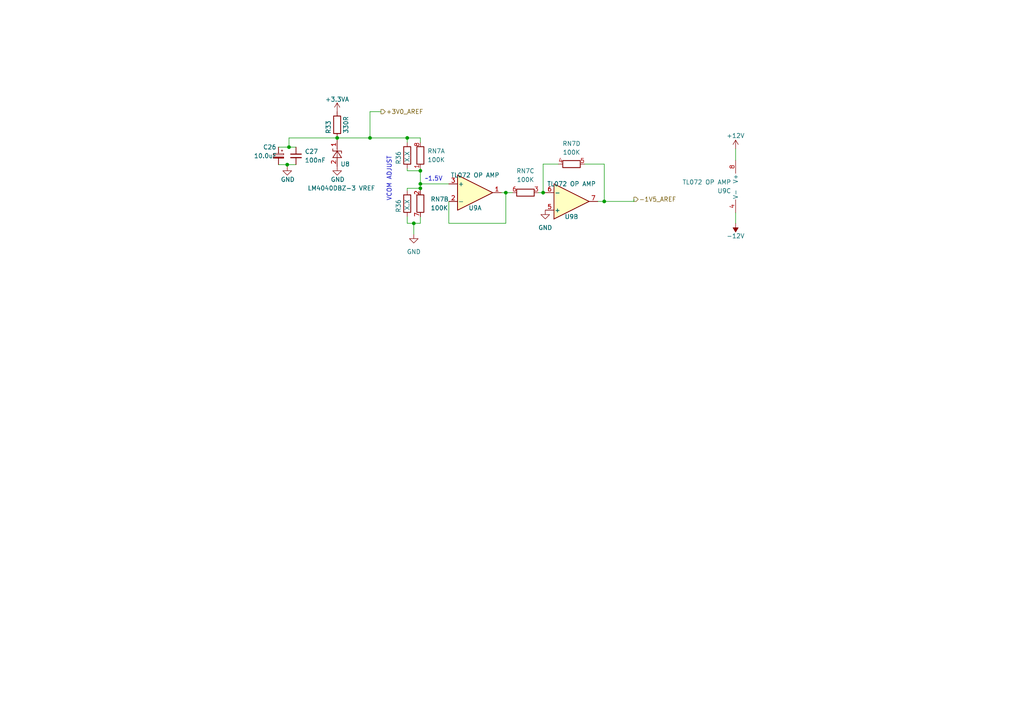
<source format=kicad_sch>
(kicad_sch (version 20230121) (generator eeschema)
  (paper "A4")
  (lib_symbols
    (symbol "Amplifier_Operational:TL072" (pin_names (offset 0.127))
      (property "Reference" "U" (at 0 5.08 0))
      (property "Value" "TL072" (at 0 -5.08 0))
      (symbol "TL072_1_1"
        (polyline (pts (xy -5.08 5.08) (xy 5.08 0) (xy -5.08 -5.08) (xy -5.08 5.08)) (stroke (width 0.254)) (fill (type background)))
        (pin output line (at 7.62 0 180) (length 2.54) (name "~") (number "1"))
        (pin input line (at -7.62 -2.54 0) (length 2.54) (name "-") (number "2"))
        (pin input line (at -7.62 2.54 0) (length 2.54) (name "+") (number "3"))
      )
      (symbol "TL072_2_1"
        (polyline (pts (xy -5.08 5.08) (xy 5.08 0) (xy -5.08 -5.08) (xy -5.08 5.08)) (stroke (width 0.254)) (fill (type background)))
        (pin input line (at -7.62 2.54 0) (length 2.54) (name "+") (number "5"))
        (pin input line (at -7.62 -2.54 0) (length 2.54) (name "-") (number "6"))
        (pin output line (at 7.62 0 180) (length 2.54) (name "~") (number "7"))
      )
      (symbol "TL072_3_1"
        (pin power_in line (at -2.54 -7.62 90) (length 3.81) (name "V-") (number "4"))
        (pin power_in line (at -2.54 7.62 270) (length 3.81) (name "V+") (number "8"))
      )
    )
    (symbol "Device:C_Polarized_Small" (pin_numbers hide) (pin_names (offset 0.254) hide)
      (property "Reference" "C" (at 0.254 1.778 0))
      (property "Value" "C_Polarized_Small" (at 0.254 -2.032 0))
      (symbol "C_Polarized_Small_0_1"
        (rectangle (start -1.524 -0.3048) (end 1.524 -0.6858) (fill (type outline)))
        (rectangle (start -1.524 0.6858) (end 1.524 0.3048))
        (polyline (pts (xy -1.27 1.524) (xy -0.762 1.524)))
        (polyline (pts (xy -1.016 1.27) (xy -1.016 1.778)))
      )
      (symbol "C_Polarized_Small_1_1"
        (pin passive line (at 0 2.54 270) (length 1.8542) (name "~") (number "1"))
        (pin passive line (at 0 -2.54 90) (length 1.8542) (name "~") (number "2"))
      )
    )
    (symbol "Device:C_Small" (pin_numbers hide) (pin_names (offset 0.254) hide)
      (property "Reference" "C" (at 0.254 1.778 0))
      (property "Value" "C_Small" (at 0.254 -2.032 0))
      (symbol "C_Small_0_1"
        (polyline (pts (xy -1.524 -0.508) (xy 1.524 -0.508)) (stroke (width 0.3302)))
        (polyline (pts (xy -1.524 0.508) (xy 1.524 0.508)) (stroke (width 0.3048)))
      )
      (symbol "C_Small_1_1"
        (pin passive line (at 0 2.54 270) (length 2.032) (name "~") (number "1"))
        (pin passive line (at 0 -2.54 90) (length 2.032) (name "~") (number "2"))
      )
    )
    (symbol "Device:R" (pin_numbers hide) (pin_names (offset 0))
      (property "Reference" "R" (at 2.032 0 90))
      (property "Value" "R" (at 0 0 90))
      (symbol "R_0_1"
        (rectangle (start -1.016 -2.54) (end 1.016 2.54) (stroke (width 0.254)))
      )
      (symbol "R_1_1"
        (pin passive line (at 0 3.81 270) (length 1.27) (name "~") (number "1"))
        (pin passive line (at 0 -3.81 90) (length 1.27) (name "~") (number "2"))
      )
    )
    (symbol "Device:R_Pack04_Split" (pin_names (offset 0) hide)
      (property "Reference" "RN" (at 2.032 0 90))
      (property "Value" "R_Pack04_Split" (at 0 0 90))
      (symbol "R_Pack04_Split_0_1"
        (rectangle (start 1.016 2.54) (end -1.016 -2.54) (stroke (width 0.254)))
      )
      (symbol "R_Pack04_Split_1_1"
        (pin passive line (at 0 -3.81 90) (length 1.27) (name "R1.1") (number "1"))
        (pin passive line (at 0 3.81 270) (length 1.27) (name "R1.2") (number "8"))
      )
      (symbol "R_Pack04_Split_2_1"
        (pin passive line (at 0 -3.81 90) (length 1.27) (name "R2.1") (number "2"))
        (pin passive line (at 0 3.81 270) (length 1.27) (name "R2.2") (number "7"))
      )
      (symbol "R_Pack04_Split_3_1"
        (pin passive line (at 0 -3.81 90) (length 1.27) (name "R3.1") (number "3"))
        (pin passive line (at 0 3.81 270) (length 1.27) (name "R3.2") (number "6"))
      )
      (symbol "R_Pack04_Split_4_1"
        (pin passive line (at 0 -3.81 90) (length 1.27) (name "R4.1") (number "4"))
        (pin passive line (at 0 3.81 270) (length 1.27) (name "R4.2") (number "5"))
      )
    )
    (symbol "Reference_Voltage:LM4040DBZ-3" (pin_names (offset 0.0254) hide)
      (property "Reference" "U" (at 0 2.54 0))
      (property "Value" "LM4040DBZ-3" (at 0 -3.175 0))
      (symbol "LM4040DBZ-3_0_1"
        (polyline (pts (xy -1.27 0) (xy 0 0) (xy 1.27 0)))
        (polyline (pts (xy -1.27 -1.27) (xy 0.635 0) (xy -1.27 1.27) (xy -1.27 -1.27)) (stroke (width 0.2032)))
        (polyline (pts (xy 0 -1.27) (xy 0.635 -1.27) (xy 0.635 1.27) (xy 1.27 1.27)) (stroke (width 0.2032)))
      )
      (symbol "LM4040DBZ-3_1_1"
        (pin passive line (at 3.81 0 180) (length 2.54) (name "K") (number "1"))
        (pin passive line (at -3.81 0 0) (length 2.54) (name "A") (number "2"))
      )
    )
    (symbol "power:+12V" (power) (pin_names (offset 0))
      (property "Value" "+12V" (at 0 3.556 0))
      (symbol "+12V_0_1"
        (polyline (pts (xy -0.762 1.27) (xy 0 2.54)))
        (polyline (pts (xy 0 0) (xy 0 2.54)))
        (polyline (pts (xy 0 2.54) (xy 0.762 1.27)))
      )
      (symbol "+12V_1_1"
        (pin power_in line (at 0 0 90) (length 0) hide (name "+12V") (number "1"))
      )
    )
    (symbol "power:+3.3VA" (power) (pin_names (offset 0))
      (property "Value" "+3.3VA" (at 0 3.556 0))
      (symbol "+3.3VA_0_1"
        (polyline (pts (xy -0.762 1.27) (xy 0 2.54)))
        (polyline (pts (xy 0 0) (xy 0 2.54)))
        (polyline (pts (xy 0 2.54) (xy 0.762 1.27)))
      )
      (symbol "+3.3VA_1_1"
        (pin power_in line (at 0 0 90) (length 0) hide (name "+3.3VA") (number "1"))
      )
    )
    (symbol "power:-12V" (power) (pin_names (offset 0))
      (property "Value" "-12V" (at 0 3.81 0))
      (symbol "-12V_0_0"
        (pin power_in line (at 0 0 90) (length 0) hide (name "-12V") (number "1"))
      )
      (symbol "-12V_0_1"
        (polyline (pts (xy 0 0) (xy 0 1.27) (xy 0.762 1.27) (xy 0 2.54) (xy -0.762 1.27) (xy 0 1.27)) (fill (type outline)))
      )
    )
    (symbol "power:GND" (power) (pin_names (offset 0))
      (property "Value" "GND" (at 0 -3.81 0))
      (symbol "GND_0_1"
        (polyline (pts (xy 0 0) (xy 0 -1.27) (xy 1.27 -1.27) (xy 0 -2.54) (xy -1.27 -1.27) (xy 0 -1.27)))
      )
      (symbol "GND_1_1"
        (pin power_in line (at 0 0 270) (length 0) hide (name "GND") (number "1"))
      )
    )
  )
  (junction (at 146.7104 55.88))
  (junction (at 120.015 64.77))
  (junction (at 83.312 47.752))
  (junction (at 97.79 40.005))
  (junction (at 121.92 49.53))
  (junction (at 175.26 58.42))
  (junction (at 118.11 40.005))
  (junction (at 121.92 53.34))
  (junction (at 83.82 42.672))
  (junction (at 107.315 40.005))
  (junction (at 157.5308 55.88))
  (junction (at 121.92 54.61))
  (wire (pts (xy 107.315 40.005) (xy 97.79 40.005)))
  (wire (pts (xy 121.92 49.53) (xy 121.92 48.895)))
  (wire (pts (xy 107.315 32.385) (xy 107.315 40.005)))
  (wire (pts (xy 175.26 58.42) (xy 183.8452 58.42)))
  (wire (pts (xy 146.7104 64.77) (xy 146.7104 55.88)))
  (wire (pts (xy 118.11 41.275) (xy 118.11 40.005)))
  (wire (pts (xy 146.7104 55.88) (xy 148.59 55.88)))
  (wire (pts (xy 213.36 43.18) (xy 213.36 46.482)))
  (wire (pts (xy 118.11 62.865) (xy 118.11 64.77)))
  (wire (pts (xy 83.82 40.005) (xy 83.82 42.672)))
  (wire (pts (xy 118.11 64.77) (xy 120.015 64.77)))
  (wire (pts (xy 97.79 40.005) (xy 97.79 40.64)))
  (wire (pts (xy 83.312 47.752) (xy 85.852 47.752)))
  (wire (pts (xy 118.11 48.895) (xy 118.11 49.53)))
  (wire (pts (xy 107.315 40.005) (xy 118.11 40.005)))
  (wire (pts (xy 130.175 64.77) (xy 146.7104 64.77)))
  (wire (pts (xy 121.92 40.005) (xy 121.92 41.275)))
  (wire (pts (xy 213.36 61.722) (xy 213.36 64.77)))
  (wire (pts (xy 183.8452 57.8104) (xy 183.8452 58.42)))
  (wire (pts (xy 118.11 40.005) (xy 121.92 40.005)))
  (wire (pts (xy 175.26 47.5996) (xy 175.26 58.42)))
  (wire (pts (xy 145.415 55.88) (xy 146.7104 55.88)))
  (wire (pts (xy 120.015 64.77) (xy 121.92 64.77)))
  (wire (pts (xy 173.3804 58.42) (xy 175.26 58.42)))
  (wire (pts (xy 121.92 64.77) (xy 121.92 62.865)))
  (wire (pts (xy 121.92 53.34) (xy 121.92 54.61)))
  (wire (pts (xy 130.175 58.42) (xy 130.175 64.77)))
  (wire (pts (xy 83.312 47.752) (xy 83.312 48.26)))
  (wire (pts (xy 169.5704 47.5996) (xy 175.26 47.5996)))
  (wire (pts (xy 157.5308 55.88) (xy 158.1404 55.88)))
  (wire (pts (xy 80.772 42.672) (xy 83.82 42.672)))
  (wire (pts (xy 118.11 54.61) (xy 121.92 54.61)))
  (wire (pts (xy 118.11 49.53) (xy 121.92 49.53)))
  (wire (pts (xy 157.5308 47.5996) (xy 161.9504 47.5996)))
  (wire (pts (xy 156.21 55.88) (xy 157.5308 55.88)))
  (wire (pts (xy 121.92 53.34) (xy 130.175 53.34)))
  (wire (pts (xy 80.772 47.752) (xy 83.312 47.752)))
  (wire (pts (xy 157.5308 47.5996) (xy 157.5308 55.88)))
  (wire (pts (xy 121.92 54.61) (xy 121.92 55.245)))
  (wire (pts (xy 83.82 40.005) (xy 97.79 40.005)))
  (wire (pts (xy 120.015 64.77) (xy 120.015 67.945)))
  (wire (pts (xy 121.92 49.53) (xy 121.92 53.34)))
  (wire (pts (xy 85.852 42.672) (xy 83.82 42.672)))
  (wire (pts (xy 118.11 55.245) (xy 118.11 54.61)))
  (wire (pts (xy 110.49 32.385) (xy 107.315 32.385)))
  (text "~1.5V" (at 123.19 52.705 0) (effects (font (size 1.27 1.27)) (justify left bottom)))
  (text "VCOM ADJUST" (at 113.665 58.42 90) (effects (font (size 1.27 1.27)) (justify left bottom)))
  (hierarchical_label "-1V5_AREF" (shape output) (at 183.8452 57.8104 0))
  (hierarchical_label "+3V0_AREF" (shape output) (at 110.49 32.385 0))
  (symbol (lib_id "Device:R_Pack04_Split") (at 121.92 59.055 180) (unit 2)
    (property "Reference" "RN7" (at 124.8664 57.7849 0) (effects (justify right)))
    (property "Value" "100K" (at 124.8664 60.3249 0) (effects (justify right)))
    (property "Footprint" "Resistor_SMD:R_Array_Convex_4x0402" (effects hide))
    (property "Datasheet" "https://datasheet.lcsc.com/lcsc/1811141451_YAGEO-YC124-FR-07100KL_C326786.pdf" (effects hide))
    (property "mfg#" "YC124-FR-07100KL" (effects hide))
    (property "lcsc#" "C326786" (effects hide))
  )
  (symbol (lib_id "power:+12V") (at 213.36 43.18 0) (unit 1)
    (property "Reference" "#PWR096" (effects hide))
    (property "Value" "+12V" (at 210.693 39.37 0) (effects (justify left)))
  )
  (symbol (lib_id "Device:R") (at 118.11 59.055 0) (mirror x) (unit 1)
    (property "Reference" "R36" (at 115.57 57.785 90) (effects (justify left)))
    (property "Value" "X.X" (at 118.11 57.785 90) (effects (justify left)))
    (property "Footprint" "Resistor_SMD:R_0402_1005Metric" (effects hide))
    (instances (project "eurorack-pmod-pcb" (path "" (reference "R36") (unit 1)) (path "" (reference "R37") (unit 1)) (path "" (reference "R42") (unit 1))))
  )
  (symbol (lib_id "Device:R") (at 97.79 36.195 180) (unit 1)
    (property "Reference" "R33" (at 95.25 34.925 90) (effects (justify left)))
    (property "Value" "330R" (at 100.33 33.655 90) (effects (justify left)))
    (property "Footprint" "Resistor_SMD:R_0603_1608Metric" (effects hide))
    (property "Datasheet" "https://datasheet.lcsc.com/lcsc/1810182020_YAGEO-RC0603FR-071KL_C22548.pdf" (effects hide))
    (property "lcsc#" "C105881" (effects hide))
    (property "mfg#" "RC0603FR-07330RL" (effects hide))
  )
  (symbol (lib_id "power:GND") (at 158.1404 60.96 0) (unit 1)
    (property "Reference" "#PWR099" (effects hide))
    (property "Value" "GND" (at 158.1404 66.04 0))
  )
  (symbol (lib_id "Device:R") (at 118.11 45.085 0) (mirror x) (unit 1)
    (property "Reference" "R36" (at 115.57 43.815 90) (effects (justify left)))
    (property "Value" "X.X" (at 118.11 43.815 90) (effects (justify left)))
    (property "Footprint" "Resistor_SMD:R_0402_1005Metric" (effects hide))
    (instances (project "eurorack-pmod-pcb" (path "" (reference "R36") (unit 1)) (path "" (reference "R37") (unit 1)) (path "" (reference "R43") (unit 1))))
  )
  (symbol (lib_id "Reference_Voltage:LM4040DBZ-3") (at 97.79 44.45 90) (unit 1)
    (property "Reference" "U8" (at 98.7298 47.5996 90) (effects (justify right)))
    (property "Value" "LM4040DBZ-3 VREF" (at 89.2048 54.5846 90) (effects (justify right)))
    (property "Footprint" "Package_TO_SOT_SMD:SOT-23" (effects hide))
    (property "Datasheet" "http://www.ti.com/lit/ds/symlink/lm4040-n.pdf" (effects hide))
    (property "dig#" "LM4040BIM3-3.0/NOPB" (effects hide))
    (property "mfg#" "LM4040BIM3-3.0/NOPB" (effects hide))
    (property "lcsc#" "C139380" (effects hide))
  )
  (symbol (lib_id "power:GND") (at 97.79 48.26 0) (unit 1)
    (property "Reference" "#PWR098" (effects hide))
    (property "Value" "GND" (at 95.885 52.07 0) (effects (justify left)))
  )
  (symbol (lib_id "power:GND") (at 83.312 48.26 0) (unit 1)
    (property "Reference" "#PWR097" (effects hide))
    (property "Value" "GND" (at 81.407 52.07 0) (effects (justify left)))
  )
  (symbol (lib_id "Device:R_Pack04_Split") (at 165.7604 47.5996 270) (unit 4)
    (property "Reference" "RN7" (at 165.7604 41.656 90))
    (property "Value" "100K" (at 165.7604 44.196 90))
    (property "Footprint" "Resistor_SMD:R_Array_Convex_4x0402" (effects hide))
    (property "Datasheet" "https://datasheet.lcsc.com/lcsc/1811141451_YAGEO-YC124-FR-07100KL_C326786.pdf" (effects hide))
    (property "mfg#" "YC124-FR-07100KL" (effects hide))
    (property "lcsc#" "C326786" (effects hide))
  )
  (symbol (lib_id "power:+3.3VA") (at 97.79 32.385 0) (unit 1)
    (property "Reference" "#PWR095" (effects hide))
    (property "Value" "+3.3VA" (at 97.79 28.829 0))
  )
  (symbol (lib_id "power:GND") (at 120.015 67.945 0) (unit 1)
    (property "Reference" "#PWR0101" (effects hide))
    (property "Value" "GND" (at 120.015 73.025 0))
  )
  (symbol (lib_id "Amplifier_Operational:TL072") (at 165.7604 58.42 0) (mirror x) (unit 2)
    (property "Reference" "U9" (at 165.7604 62.865 0))
    (property "Value" "TL072 OP AMP" (at 165.7604 53.34 0))
    (property "Footprint" "Package_SO:SOIC-8_3.9x4.9mm_P1.27mm" (effects hide))
    (property "Datasheet" "https://www.st.com/content/ccc/resource/technical/document/datasheet/bb/4d/19/24/7d/40/48/a6/CD00000490.pdf/files/CD00000490.pdf/jcr:content/translations/en.CD00000490.pdf" (effects hide))
    (property "dig#" "497-2200-1-ND" (effects hide))
    (property "mfg#" "TL072CDT" (effects hide))
    (property "lcsc#" "C6961" (effects hide))
  )
  (symbol (lib_id "Device:R_Pack04_Split") (at 152.4 55.88 90) (unit 3)
    (property "Reference" "RN7" (at 152.4 49.5808 90))
    (property "Value" "100K" (at 152.4 52.1208 90))
    (property "Footprint" "Resistor_SMD:R_Array_Convex_4x0402" (effects hide))
    (property "Datasheet" "https://datasheet.lcsc.com/lcsc/1811141451_YAGEO-YC124-FR-07100KL_C326786.pdf" (effects hide))
    (property "mfg#" "YC124-FR-07100KL" (effects hide))
    (property "lcsc#" "C326786" (effects hide))
  )
  (symbol (lib_id "power:-12V") (at 213.36 64.77 180) (unit 1)
    (property "Reference" "#PWR0100" (effects hide))
    (property "Value" "-12V" (at 210.693 68.453 0) (effects (justify right)))
  )
  (symbol (lib_id "Amplifier_Operational:TL072") (at 137.795 55.88 0) (unit 1)
    (property "Reference" "U9" (at 137.795 60.325 0))
    (property "Value" "TL072 OP AMP" (at 137.795 50.8 0))
    (property "Footprint" "Package_SO:SOIC-8_3.9x4.9mm_P1.27mm" (effects hide))
    (property "Datasheet" "https://www.st.com/content/ccc/resource/technical/document/datasheet/bb/4d/19/24/7d/40/48/a6/CD00000490.pdf/files/CD00000490.pdf/jcr:content/translations/en.CD00000490.pdf" (effects hide))
    (property "dig#" "497-2200-1-ND" (effects hide))
    (property "mfg#" "TL072CDT" (effects hide))
    (property "lcsc#" "C6961" (effects hide))
  )
  (symbol (lib_id "Device:C_Small") (at 85.852 45.212 0) (unit 1)
    (property "Reference" "C27" (at 88.392 43.9482 0) (effects (justify left)))
    (property "Value" "100nF" (at 88.392 46.4882 0) (effects (justify left)))
    (property "Footprint" "Capacitor_SMD:C_0603_1608Metric" (effects hide))
    (property "Datasheet" "https://datasheet.lcsc.com/lcsc/1912111437_TDK-C1608X7R1E104KT000N_C338036.pdf" (effects hide))
    (property "lcsc#" "C338036" (effects hide))
    (property "mfg#" "C1608X7R1E104KT000N" (effects hide))
  )
  (symbol (lib_id "Device:C_Polarized_Small") (at 80.772 45.212 0) (mirror y) (unit 1)
    (property "Reference" "C26" (at 78.232 42.672 0))
    (property "Value" "10.0uF" (at 76.962 45.212 0))
    (property "Footprint" "Capacitor_Tantalum_SMD:CP_EIA-3216-10_Kemet-I" (effects hide))
    (property "Datasheet" "https://datasheet.lcsc.com/lcsc/1810252220_KEMET-T491A106K016AT_C110055.pdf" (effects hide))
    (property "dig#" "399-18019-1-ND" (effects hide))
    (property "mfg#" "T491A106K016AT" (effects hide))
    (property "lcsc#" "C110055" (effects hide))
  )
  (symbol (lib_id "Device:R_Pack04_Split") (at 121.92 45.085 0) (unit 1)
    (property "Reference" "RN7" (at 123.952 43.8149 0) (effects (justify left)))
    (property "Value" "100K" (at 123.952 46.3549 0) (effects (justify left)))
    (property "Footprint" "Resistor_SMD:R_Array_Convex_4x0402" (effects hide))
    (property "Datasheet" "https://datasheet.lcsc.com/lcsc/1811141451_YAGEO-YC124-FR-07100KL_C326786.pdf" (effects hide))
    (property "mfg#" "YC124-FR-07100KL" (effects hide))
    (property "lcsc#" "C326786" (effects hide))
  )
  (symbol (lib_id "Amplifier_Operational:TL072") (at 215.9 54.102 0) (unit 3)
    (property "Reference" "U9" (at 212.09 55.3721 0) (effects (justify right)))
    (property "Value" "TL072 OP AMP" (at 212.09 52.8321 0) (effects (justify right)))
    (property "Footprint" "Package_SO:SOIC-8_3.9x4.9mm_P1.27mm" (effects hide))
    (property "Datasheet" "https://www.st.com/content/ccc/resource/technical/document/datasheet/bb/4d/19/24/7d/40/48/a6/CD00000490.pdf/files/CD00000490.pdf/jcr:content/translations/en.CD00000490.pdf" (effects hide))
    (property "dig#" "497-2200-1-ND" (effects hide))
    (property "mfg#" "TL072CDT" (effects hide))
    (property "lcsc#" "C6961" (effects hide))
  )
)
</source>
